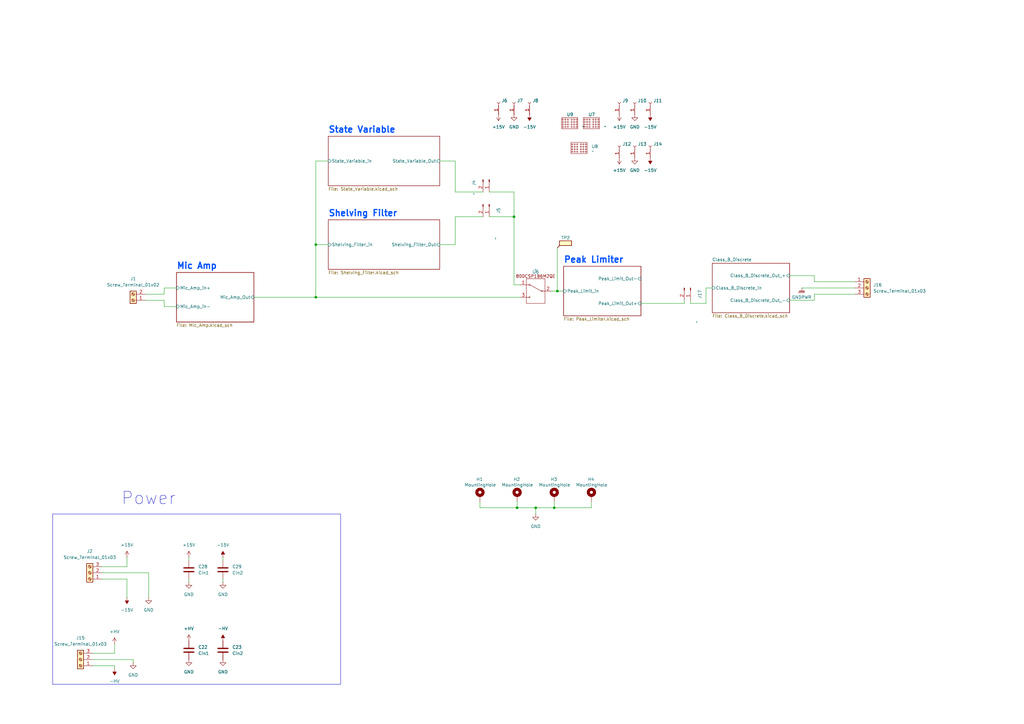
<source format=kicad_sch>
(kicad_sch (version 20231120) (generator "eeschema") (generator_version "8.0")
  (paper "A3")
  (lib_symbols
    (symbol "Connector:Conn_01x01_Socket" (pin_names (offset 1.016) hide)
      (property "Reference" "J" (at 0 2.54 0))
      (property "Value" "Conn_01x01_Socket" (at 0 -2.54 0))
      (symbol "Conn_01x01_Socket_1_1"
        (polyline (pts (xy -1.27 0) (xy -0.508 0)) (stroke (width 0.1524)))
        (arc (start 0 0.508) (mid -0.5058 0) (end 0 -0.508) (stroke (width 0.1524)))
        (pin passive line (at -5.08 0 0) (length 3.81) (name "Pin_1") (number "1"))
      )
    )
    (symbol "Connector:Conn_01x02_Pin" (pin_names (offset 1.016) hide)
      (property "Reference" "J" (at 0 2.54 0))
      (property "Value" "Conn_01x02_Pin" (at 0 -5.08 0))
      (symbol "Conn_01x02_Pin_1_1"
        (polyline (pts (xy 1.27 -2.54) (xy 0.8636 -2.54)) (stroke (width 0.1524)))
        (polyline (pts (xy 1.27 0) (xy 0.8636 0)) (stroke (width 0.1524)))
        (rectangle (start 0.8636 -2.413) (end 0 -2.667) (stroke (width 0.1524)) (fill (type outline)))
        (rectangle (start 0.8636 0.127) (end 0 -0.127) (stroke (width 0.1524)) (fill (type outline)))
        (pin passive line (at 5.08 0 180) (length 3.81) (name "Pin_1") (number "1"))
        (pin passive line (at 5.08 -2.54 180) (length 3.81) (name "Pin_2") (number "2"))
      )
    )
    (symbol "Connector:Screw_Terminal_01x02" (pin_names (offset 1.016) hide)
      (property "Reference" "J" (at 0 2.54 0))
      (property "Value" "Screw_Terminal_01x02" (at 0 -5.08 0))
      (symbol "Screw_Terminal_01x02_1_1"
        (rectangle (start -1.27 1.27) (end 1.27 -3.81) (stroke (width 0.254)) (fill (type background)))
        (circle (center 0 -2.54) (radius 0.635) (stroke (width 0.1524)))
        (polyline (pts (xy -0.5334 -2.2098) (xy 0.3302 -3.048)) (stroke (width 0.1524)))
        (polyline (pts (xy -0.5334 0.3302) (xy 0.3302 -0.508)) (stroke (width 0.1524)))
        (polyline (pts (xy -0.3556 -2.032) (xy 0.508 -2.8702)) (stroke (width 0.1524)))
        (polyline (pts (xy -0.3556 0.508) (xy 0.508 -0.3302)) (stroke (width 0.1524)))
        (circle (center 0 0) (radius 0.635) (stroke (width 0.1524)))
        (pin passive line (at -5.08 0 0) (length 3.81) (name "Pin_1") (number "1"))
        (pin passive line (at -5.08 -2.54 0) (length 3.81) (name "Pin_2") (number "2"))
      )
    )
    (symbol "Connector:Screw_Terminal_01x03" (pin_names (offset 1.016) hide)
      (property "Reference" "J" (at 0 5.08 0))
      (property "Value" "Screw_Terminal_01x03" (at 0 -5.08 0))
      (symbol "Screw_Terminal_01x03_1_1"
        (rectangle (start -1.27 3.81) (end 1.27 -3.81) (stroke (width 0.254)) (fill (type background)))
        (circle (center 0 -2.54) (radius 0.635) (stroke (width 0.1524)))
        (polyline (pts (xy -0.5334 -2.2098) (xy 0.3302 -3.048)) (stroke (width 0.1524)))
        (polyline (pts (xy -0.5334 0.3302) (xy 0.3302 -0.508)) (stroke (width 0.1524)))
        (polyline (pts (xy -0.5334 2.8702) (xy 0.3302 2.032)) (stroke (width 0.1524)))
        (polyline (pts (xy -0.3556 -2.032) (xy 0.508 -2.8702)) (stroke (width 0.1524)))
        (polyline (pts (xy -0.3556 0.508) (xy 0.508 -0.3302)) (stroke (width 0.1524)))
        (polyline (pts (xy -0.3556 3.048) (xy 0.508 2.2098)) (stroke (width 0.1524)))
        (circle (center 0 0) (radius 0.635) (stroke (width 0.1524)))
        (circle (center 0 2.54) (radius 0.635) (stroke (width 0.1524)))
        (pin passive line (at -5.08 2.54 0) (length 3.81) (name "Pin_1") (number "1"))
        (pin passive line (at -5.08 0 0) (length 3.81) (name "Pin_2") (number "2"))
        (pin passive line (at -5.08 -2.54 0) (length 3.81) (name "Pin_3") (number "3"))
      )
    )
    (symbol "Connector:TestPoint_Flag" (pin_numbers hide) (pin_names (offset 0.762) hide)
      (property "Reference" "TP" (at 3.429 1.778 0))
      (property "Value" "TestPoint_Flag" (at 3.302 4.191 0))
      (symbol "TestPoint_Flag_0_1"
        (polyline (pts (xy 0 0) (xy 0.889 0.889)) (stroke (width 0.254)))
        (rectangle (start 0.889 2.794) (end 5.842 0.889) (stroke (width 0.254)) (fill (type background)))
      )
      (symbol "TestPoint_Flag_1_1"
        (pin passive line (at 0 0 90) (length 0) (name "1") (number "1"))
      )
    )
    (symbol "Custom_parts:BreadBoard_Space"
      (property "Reference" "U" (at 0 3.556 0))
      (symbol "BreadBoard_Space_0_1"
        (rectangle (start -3.302 2.54) (end 3.302 -2.032))
        (circle (center -2.794 -1.27) (radius 0.254))
        (circle (center -2.794 -0.254) (radius 0.254))
        (circle (center -2.794 0.762) (radius 0.254))
        (circle (center -2.794 1.778) (radius 0.254))
        (circle (center -1.778 -1.27) (radius 0.254))
        (circle (center -1.778 -0.254) (radius 0.254))
        (circle (center -1.778 0.762) (radius 0.254))
        (circle (center -1.778 1.778) (radius 0.254))
        (circle (center -0.762 -1.27) (radius 0.254))
        (circle (center -0.762 -0.254) (radius 0.254))
        (circle (center -0.762 0.762) (radius 0.254))
        (circle (center -0.762 1.778) (radius 0.254))
        (circle (center 0.762 -1.27) (radius 0.254))
        (circle (center 0.762 -0.254) (radius 0.254))
        (circle (center 0.762 0.762) (radius 0.254))
        (circle (center 0.762 1.778) (radius 0.254))
        (circle (center 1.778 -1.27) (radius 0.254))
        (circle (center 1.778 -0.254) (radius 0.254))
        (circle (center 1.778 0.762) (radius 0.254))
        (circle (center 1.778 1.778) (radius 0.254))
        (circle (center 2.794 -1.27) (radius 0.254))
        (circle (center 2.794 -0.254) (radius 0.254))
        (circle (center 2.794 0.762) (radius 0.254))
        (circle (center 2.794 1.778) (radius 0.254))
      )
    )
    (symbol "Custom_parts:SPDT_Latching_Pushbutton"
      (property "Reference" "U" (at 0 5.334 0))
      (symbol "SPDT_Latching_Pushbutton_0_1"
        (rectangle (start -3.81 2.54) (end 3.81 -7.62))
        (circle (center -2.54 -5.08) (radius 0.254))
        (circle (center -2.54 0) (radius 0.254))
        (polyline (pts (xy -3.81 -5.08) (xy -2.794 -5.08)))
        (polyline (pts (xy -3.81 0) (xy -3.81 0)))
        (polyline (pts (xy -3.81 0) (xy -2.794 0)))
        (polyline (pts (xy 2.286 -2.54) (xy -2.286 0)))
        (polyline (pts (xy 3.81 -2.54) (xy 2.794 -2.54)))
        (circle (center 2.54 -2.54) (radius 0.254))
      )
      (symbol "SPDT_Latching_Pushbutton_1_1"
        (text "800CSP1B6M2QE" (at 0 3.556 0) (effects (font (size 1.27 1.27))))
        (pin bidirectional line (at -6.35 0 0) (length 2.54) (name "") (number "1"))
        (pin bidirectional line (at 6.35 -2.54 180) (length 2.54) (name "") (number "2"))
        (pin bidirectional line (at -6.35 -5.08 0) (length 2.54) (name "") (number "3"))
      )
    )
    (symbol "Device:C" (pin_numbers hide) (pin_names (offset 0.254))
      (property "Reference" "C" (at 0.635 2.54 0))
      (property "Value" "C" (at 0.635 -2.54 0))
      (symbol "C_0_1"
        (polyline (pts (xy -2.032 -0.762) (xy 2.032 -0.762)) (stroke (width 0.508)))
        (polyline (pts (xy -2.032 0.762) (xy 2.032 0.762)) (stroke (width 0.508)))
      )
      (symbol "C_1_1"
        (pin passive line (at 0 3.81 270) (length 2.794) (name "~") (number "1"))
        (pin passive line (at 0 -3.81 90) (length 2.794) (name "~") (number "2"))
      )
    )
    (symbol "Mechanical:MountingHole_Pad" (pin_numbers hide) (pin_names (offset 1.016) hide) (exclude_from_sim yes) (in_bom no)
      (property "Reference" "H" (at 0 6.35 0))
      (property "Value" "MountingHole_Pad" (at 0 4.445 0))
      (symbol "MountingHole_Pad_0_1"
        (circle (center 0 1.27) (radius 1.27) (stroke (width 1.27)))
      )
      (symbol "MountingHole_Pad_1_1"
        (pin input line (at 0 -2.54 90) (length 2.54) (name "1") (number "1"))
      )
    )
    (symbol "power:+15V" (power) (pin_numbers hide) (pin_names (offset 0) hide)
      (property "Value" "+15V" (at 0 3.556 0))
      (symbol "+15V_0_1"
        (polyline (pts (xy -0.762 1.27) (xy 0 2.54)))
        (polyline (pts (xy 0 0) (xy 0 2.54)))
        (polyline (pts (xy 0 2.54) (xy 0.762 1.27)))
      )
      (symbol "+15V_1_1"
        (pin power_in line (at 0 0 90) (length 0) (name "~") (number "1"))
      )
    )
    (symbol "power:-15V" (power) (pin_numbers hide) (pin_names (offset 0) hide)
      (property "Value" "-15V" (at 0 3.556 0))
      (symbol "-15V_0_0"
        (pin power_in line (at 0 0 90) (length 0) (name "~") (number "1"))
      )
      (symbol "-15V_0_1"
        (polyline (pts (xy 0 0) (xy 0 1.27) (xy 0.762 1.27) (xy 0 2.54) (xy -0.762 1.27) (xy 0 1.27)) (fill (type outline)))
      )
    )
    (symbol "power:GND" (power) (pin_numbers hide) (pin_names (offset 0) hide)
      (property "Value" "GND" (at 0 -3.81 0))
      (symbol "GND_0_1"
        (polyline (pts (xy 0 0) (xy 0 -1.27) (xy 1.27 -1.27) (xy 0 -2.54) (xy -1.27 -1.27) (xy 0 -1.27)))
      )
      (symbol "GND_1_1"
        (pin power_in line (at 0 0 270) (length 0) (name "~") (number "1"))
      )
    )
    (symbol "power:GNDPWR" (power) (pin_numbers hide) (pin_names (offset 0) hide)
      (property "Value" "GNDPWR" (at 0 -3.302 0))
      (symbol "GNDPWR_0_1"
        (polyline (pts (xy 0 -1.27) (xy 0 0)))
        (polyline (pts (xy -1.016 -1.27) (xy -1.27 -2.032) (xy -1.27 -2.032)) (stroke (width 0.2032)))
        (polyline (pts (xy -0.508 -1.27) (xy -0.762 -2.032) (xy -0.762 -2.032)) (stroke (width 0.2032)))
        (polyline (pts (xy 0 -1.27) (xy -0.254 -2.032) (xy -0.254 -2.032)) (stroke (width 0.2032)))
        (polyline (pts (xy 0.508 -1.27) (xy 0.254 -2.032) (xy 0.254 -2.032)) (stroke (width 0.2032)))
        (polyline (pts (xy 1.016 -1.27) (xy -1.016 -1.27) (xy -1.016 -1.27)) (stroke (width 0.2032)))
        (polyline (pts (xy 1.016 -1.27) (xy 0.762 -2.032) (xy 0.762 -2.032) (xy 0.762 -2.032)) (stroke (width 0.2032)))
      )
      (symbol "GNDPWR_1_1"
        (pin power_in line (at 0 0 270) (length 0) (name "~") (number "1"))
      )
    )
    (symbol "power:VCC" (power) (pin_numbers hide) (pin_names (offset 0) hide)
      (property "Value" "VCC" (at 0 3.556 0))
      (symbol "VCC_0_1"
        (polyline (pts (xy -0.762 1.27) (xy 0 2.54)))
        (polyline (pts (xy 0 0) (xy 0 2.54)))
        (polyline (pts (xy 0 2.54) (xy 0.762 1.27)))
      )
      (symbol "VCC_1_1"
        (pin power_in line (at 0 0 90) (length 0) (name "~") (number "1"))
      )
    )
    (symbol "power:VSS" (power) (pin_numbers hide) (pin_names (offset 0) hide)
      (property "Value" "VSS" (at 0 3.556 0))
      (symbol "VSS_0_1"
        (polyline (pts (xy 0 0) (xy 0 2.54)))
        (polyline (pts (xy 0.762 1.27) (xy -0.762 1.27) (xy 0 2.54) (xy 0.762 1.27)) (fill (type outline)))
      )
      (symbol "VSS_1_1"
        (pin power_in line (at 0 0 90) (length 0) (name "~") (number "1"))
      )
    )
  )
  (junction (at 129.54 121.92))
  (junction (at 228.6 119.38))
  (junction (at 227.33 208.28))
  (junction (at 129.54 100.33))
  (junction (at 212.09 208.28))
  (junction (at 210.82 88.9))
  (junction (at 219.71 208.28))
  (wire (pts (xy 54.61 271.78) (xy 54.61 270.51)))
  (wire (pts (xy 289.56 118.11) (xy 292.1 118.11)))
  (wire (pts (xy 334.01 113.03) (xy 323.85 113.03)))
  (wire (pts (xy 46.99 274.32) (xy 46.99 273.05)))
  (wire (pts (xy 227.33 205.74) (xy 227.33 208.28)))
  (wire (pts (xy 52.07 228.6) (xy 52.07 232.41)))
  (wire (pts (xy 227.33 208.28) (xy 219.71 208.28)))
  (wire (pts (xy 67.31 125.73) (xy 72.39 125.73)))
  (wire (pts (xy 129.54 121.92) (xy 129.54 100.33)))
  (wire (pts (xy 280.67 123.19) (xy 280.67 124.46)))
  (wire (pts (xy 77.47 229.87) (xy 77.47 228.6)))
  (wire (pts (xy 334.01 120.65) (xy 334.01 123.19)))
  (wire (pts (xy 67.31 123.19) (xy 67.31 125.73)))
  (wire (pts (xy 226.06 119.38) (xy 228.6 119.38)))
  (wire (pts (xy 242.57 205.74) (xy 242.57 208.28)))
  (wire (pts (xy 104.14 121.92) (xy 129.54 121.92)))
  (wire (pts (xy 350.52 115.57) (xy 334.01 115.57)))
  (wire (pts (xy 59.69 123.19) (xy 67.31 123.19)))
  (wire (pts (xy 212.09 208.28) (xy 219.71 208.28)))
  (wire (pts (xy 54.61 270.51) (xy 38.1 270.51)))
  (wire (pts (xy 129.54 100.33) (xy 129.54 66.04)))
  (wire (pts (xy 52.07 245.11) (xy 52.07 237.49)))
  (wire (pts (xy 129.54 66.04) (xy 134.62 66.04)))
  (wire (pts (xy 134.62 100.33) (xy 129.54 100.33)))
  (wire (pts (xy 77.47 238.76) (xy 77.47 237.49)))
  (wire (pts (xy 350.52 120.65) (xy 334.01 120.65)))
  (wire (pts (xy 186.69 66.04) (xy 186.69 78.74)))
  (wire (pts (xy 334.01 115.57) (xy 334.01 113.03)))
  (wire (pts (xy 289.56 124.46) (xy 289.56 118.11)))
  (wire (pts (xy 210.82 78.74) (xy 210.82 88.9)))
  (wire (pts (xy 212.09 205.74) (xy 212.09 208.28)))
  (wire (pts (xy 228.6 101.6) (xy 228.6 119.38)))
  (wire (pts (xy 196.85 205.74) (xy 196.85 208.28)))
  (wire (pts (xy 186.69 88.9) (xy 198.12 88.9)))
  (wire (pts (xy 180.34 66.04) (xy 186.69 66.04)))
  (wire (pts (xy 129.54 121.92) (xy 213.36 121.92)))
  (wire (pts (xy 228.6 119.38) (xy 231.14 119.38)))
  (wire (pts (xy 334.01 123.19) (xy 323.85 123.19)))
  (wire (pts (xy 46.99 264.16) (xy 46.99 267.97)))
  (wire (pts (xy 67.31 120.65) (xy 67.31 118.11)))
  (wire (pts (xy 60.96 245.11) (xy 60.96 234.95)))
  (wire (pts (xy 242.57 208.28) (xy 227.33 208.28)))
  (wire (pts (xy 52.07 237.49) (xy 41.91 237.49)))
  (wire (pts (xy 328.93 118.11) (xy 350.52 118.11)))
  (wire (pts (xy 186.69 78.74) (xy 198.12 78.74)))
  (wire (pts (xy 46.99 273.05) (xy 38.1 273.05)))
  (wire (pts (xy 210.82 116.84) (xy 210.82 88.9)))
  (wire (pts (xy 213.36 116.84) (xy 210.82 116.84)))
  (wire (pts (xy 283.21 124.46) (xy 289.56 124.46)))
  (wire (pts (xy 200.66 88.9) (xy 210.82 88.9)))
  (wire (pts (xy 67.31 118.11) (xy 72.39 118.11)))
  (wire (pts (xy 219.71 208.28) (xy 219.71 210.82)))
  (wire (pts (xy 59.69 120.65) (xy 67.31 120.65)))
  (wire (pts (xy 60.96 234.95) (xy 41.91 234.95)))
  (wire (pts (xy 180.34 100.33) (xy 186.69 100.33)))
  (wire (pts (xy 91.44 238.76) (xy 91.44 237.49)))
  (wire (pts (xy 196.85 208.28) (xy 212.09 208.28)))
  (wire (pts (xy 186.69 100.33) (xy 186.69 88.9)))
  (wire (pts (xy 46.99 267.97) (xy 38.1 267.97)))
  (wire (pts (xy 91.44 229.87) (xy 91.44 228.6)))
  (wire (pts (xy 283.21 123.19) (xy 283.21 124.46)))
  (wire (pts (xy 200.66 78.74) (xy 210.82 78.74)))
  (wire (pts (xy 262.89 124.46) (xy 280.67 124.46)))
  (wire (pts (xy 52.07 232.41) (xy 41.91 232.41)))
  (rectangle (start 21.59 210.82) (end 139.7 280.67))
  (text "Power" (at 60.96 204.47 0) (effects (font (size 5.08 5.08))))
  (symbol (lib_id "power:+15V") (at 204.47 46.99 180) (unit 1)
    (property "Reference" "#PWR043" (effects (hide yes)))
    (property "Value" "+15V" (at 204.47 52.07 0))
    (property "Description" "Power symbol creates a global label with name \"+15V\"" (effects (hide yes)))
  )
  (symbol (lib_id "Connector:Conn_01x01_Socket") (at 254 41.91 90) (unit 1)
    (property "Reference" "J9" (at 255.27 41.2749 90) (effects (justify right)))
    (property "Value" "Conn_01x01_Socket" (effects (hide yes)))
    (property "Footprint" "TestPoint:TestPoint_THTPad_D1.5mm_Drill0.7mm" (effects (hide yes)))
    (property "Description" "Generic connector, single row, 01x01, script generated" (effects (hide yes)))
  )
  (symbol (lib_id "power:GNDPWR") (at 328.93 118.11 0) (unit 1)
    (property "Reference" "#PWR089" (effects (hide yes)))
    (property "Value" "GNDPWR" (at 328.803 121.92 0))
    (property "Description" "Power symbol creates a global label with name \"GNDPWR\" , global ground" (effects (hide yes)))
  )
  (symbol (lib_id "power:GND") (at 210.82 46.99 0) (unit 1)
    (property "Reference" "#PWR042" (effects (hide yes)))
    (property "Value" "GND" (at 210.82 52.07 0))
    (property "Description" "Power symbol creates a global label with name \"GND\" , ground" (effects (hide yes)))
  )
  (symbol (lib_id "Connector:Screw_Terminal_01x03") (at 33.02 270.51 180) (unit 1)
    (property "Reference" "J15" (at 33.02 261.62 0))
    (property "Value" "Screw_Terminal_01x03" (at 33.02 264.16 0))
    (property "Footprint" "TerminalBlock_TE-Connectivity:TerminalBlock_TE_282834-3_1x03_P2.54mm_Horizontal" (effects (hide yes)))
    (property "Description" "Generic screw terminal, single row, 01x03, script generated (kicad-library-utils/schlib/autogen/connector/)" (effects (hide yes)))
  )
  (symbol (lib_id "power:+15V") (at 254 64.77 180) (unit 1)
    (property "Reference" "#PWR049" (effects (hide yes)))
    (property "Value" "+15V" (at 254 69.85 0))
    (property "Description" "Power symbol creates a global label with name \"+15V\"" (effects (hide yes)))
  )
  (symbol (lib_id "Connector:Conn_01x01_Socket") (at 260.35 59.69 90) (unit 1)
    (property "Reference" "J13" (at 261.62 59.0549 90) (effects (justify right)))
    (property "Value" "Conn_01x01_Socket" (effects (hide yes)))
    (property "Footprint" "TestPoint:TestPoint_THTPad_D1.5mm_Drill0.7mm" (effects (hide yes)))
    (property "Description" "Generic connector, single row, 01x01, script generated" (effects (hide yes)))
  )
  (symbol (lib_id "Mechanical:MountingHole_Pad") (at 196.85 203.2 0) (unit 1) (exclude_from_sim yes) (in_bom no)
    (property "Reference" "H1" (at 195.326 196.596 0) (effects (justify left)))
    (property "Value" "MountingHole" (at 190.5 198.882 0) (effects (justify left)))
    (property "Footprint" "MountingHole:MountingHole_3.2mm_M3_ISO7380_Pad" (effects (hide yes)))
    (property "Description" "Mounting Hole with connection" (effects (hide yes)))
  )
  (symbol (lib_id "Connector:Conn_01x01_Socket") (at 260.35 41.91 90) (unit 1)
    (property "Reference" "J10" (at 261.62 41.2749 90) (effects (justify right)))
    (property "Value" "Conn_01x01_Socket" (effects (hide yes)))
    (property "Footprint" "TestPoint:TestPoint_THTPad_D1.5mm_Drill0.7mm" (effects (hide yes)))
    (property "Description" "Generic connector, single row, 01x01, script generated" (effects (hide yes)))
  )
  (symbol (lib_id "Device:C") (at 91.44 233.68 0) (unit 1)
    (property "Reference" "C29" (at 95.25 232.4099 0) (effects (justify left)))
    (property "Value" "Cin2" (at 95.25 234.9499 0) (effects (justify left)))
    (property "Footprint" "Capacitor_THT:CP_Radial_D10.0mm_P5.00mm" (effects (hide yes)))
    (property "Description" "Unpolarized capacitor" (effects (hide yes)))
  )
  (symbol (lib_id "power:VSS") (at 91.44 262.89 0) (unit 1)
    (property "Reference" "#PWR069" (effects (hide yes)))
    (property "Value" "-HV" (at 91.44 257.81 0))
    (property "Description" "Power symbol creates a global label with name \"VSS\"" (effects (hide yes)))
  )
  (symbol (lib_id "power:+15V") (at 254 46.99 180) (unit 1)
    (property "Reference" "#PWR045" (effects (hide yes)))
    (property "Value" "+15V" (at 254 52.07 0))
    (property "Description" "Power symbol creates a global label with name \"+15V\"" (effects (hide yes)))
  )
  (symbol (lib_id "Device:C") (at 77.47 233.68 0) (unit 1)
    (property "Reference" "C28" (at 81.28 232.4099 0) (effects (justify left)))
    (property "Value" "Cin1" (at 81.28 234.9499 0) (effects (justify left)))
    (property "Footprint" "Capacitor_THT:CP_Radial_D10.0mm_P5.00mm" (effects (hide yes)))
    (property "Description" "Unpolarized capacitor" (effects (hide yes)))
  )
  (symbol (lib_id "power:VSS") (at 46.99 274.32 180) (unit 1)
    (property "Reference" "#PWR065" (effects (hide yes)))
    (property "Value" "-HV" (at 46.99 279.4 0))
    (property "Description" "Power symbol creates a global label with name \"VSS\"" (effects (hide yes)))
  )
  (symbol (lib_id "Connector:Conn_01x01_Socket") (at 254 59.69 90) (unit 1)
    (property "Reference" "J12" (at 255.27 59.0549 90) (effects (justify right)))
    (property "Value" "Conn_01x01_Socket" (effects (hide yes)))
    (property "Footprint" "TestPoint:TestPoint_THTPad_D1.5mm_Drill0.7mm" (effects (hide yes)))
    (property "Description" "Generic connector, single row, 01x01, script generated" (effects (hide yes)))
  )
  (symbol (lib_id "Device:C") (at 77.47 266.7 0) (unit 1)
    (property "Reference" "C22" (at 81.28 265.4299 0) (effects (justify left)))
    (property "Value" "Cin1" (at 81.28 267.9699 0) (effects (justify left)))
    (property "Footprint" "Capacitor_THT:CP_Radial_D10.0mm_P5.00mm" (effects (hide yes)))
    (property "Description" "Unpolarized capacitor" (effects (hide yes)))
  )
  (symbol (lib_id "Custom_parts:BreadBoard_Space") (at 242.57 50.8 0) (unit 1)
    (property "Reference" "U7" (at 241.3 46.99 0) (effects (justify left)))
    (property "Value" "~" (at 247.65 51.816 0) (effects (justify left)))
    (property "Footprint" "Custom_parts:BreadBoard Space XL" (effects (hide yes)))
  )
  (symbol (lib_id "Connector:TestPoint_Flag") (at 228.6 101.6 0) (unit 1)
    (property "Reference" "TP2" (at 230.124 97.536 0) (effects (justify left)))
    (property "Value" "TestPoint_Flag" (effects (hide yes)))
    (property "Footprint" "TestPoint:TestPoint_Pad_D1.5mm" (effects (hide yes)))
    (property "Description" "test point (alternative flag-style design)" (effects (hide yes)))
  )
  (symbol (lib_id "Connector:Conn_01x01_Socket") (at 266.7 59.69 90) (unit 1)
    (property "Reference" "J14" (at 267.97 59.0549 90) (effects (justify right)))
    (property "Value" "Conn_01x01_Socket" (effects (hide yes)))
    (property "Footprint" "TestPoint:TestPoint_THTPad_D1.5mm_Drill0.7mm" (effects (hide yes)))
    (property "Description" "Generic connector, single row, 01x01, script generated" (effects (hide yes)))
  )
  (symbol (lib_id "Mechanical:MountingHole_Pad") (at 212.09 203.2 0) (unit 1) (exclude_from_sim yes) (in_bom no)
    (property "Reference" "H2" (at 210.566 196.596 0) (effects (justify left)))
    (property "Value" "MountingHole" (at 205.74 198.882 0) (effects (justify left)))
    (property "Footprint" "MountingHole:MountingHole_3.2mm_M3_ISO7380_Pad" (effects (hide yes)))
    (property "Description" "Mounting Hole with connection" (effects (hide yes)))
  )
  (symbol (lib_id "Connector:Conn_01x01_Socket") (at 217.17 41.91 90) (unit 1)
    (property "Reference" "J8" (at 218.44 41.2749 90) (effects (justify right)))
    (property "Value" "Conn_01x01_Socket" (effects (hide yes)))
    (property "Footprint" "TestPoint:TestPoint_THTPad_D1.5mm_Drill0.7mm" (effects (hide yes)))
    (property "Description" "Generic connector, single row, 01x01, script generated" (effects (hide yes)))
  )
  (symbol (lib_id "Connector:Conn_01x01_Socket") (at 204.47 41.91 90) (unit 1)
    (property "Reference" "J6" (at 205.74 41.2749 90) (effects (justify right)))
    (property "Value" "Conn_01x01_Socket" (effects (hide yes)))
    (property "Footprint" "TestPoint:TestPoint_THTPad_D1.5mm_Drill0.7mm" (effects (hide yes)))
    (property "Description" "Generic connector, single row, 01x01, script generated" (effects (hide yes)))
  )
  (symbol (lib_id "power:GND") (at 77.47 238.76 0) (unit 1)
    (property "Reference" "#PWR055" (effects (hide yes)))
    (property "Value" "GND" (at 77.47 243.84 0))
    (property "Description" "Power symbol creates a global label with name \"GND\" , ground" (effects (hide yes)))
  )
  (symbol (lib_id "power:GND") (at 219.71 210.82 0) (unit 1)
    (property "Reference" "#PWR048" (effects (hide yes)))
    (property "Value" "GND" (at 219.71 215.9 0))
    (property "Description" "Power symbol creates a global label with name \"GND\" , ground" (effects (hide yes)))
  )
  (symbol (lib_id "Connector:Conn_01x02_Pin") (at 283.21 118.11 270) (unit 1)
    (property "Reference" "J17" (at 287.02 120.65 0))
    (property "Value" "~" (at 285.75 132.08 0))
    (property "Footprint" "Connector_PinHeader_2.54mm:PinHeader_1x02_P2.54mm_Vertical" (effects (hide yes)))
    (property "Description" "Generic connector, single row, 01x02, script generated" (effects (hide yes)))
  )
  (symbol (lib_id "Mechanical:MountingHole_Pad") (at 227.33 203.2 0) (unit 1) (exclude_from_sim yes) (in_bom no)
    (property "Reference" "H3" (at 225.806 196.596 0) (effects (justify left)))
    (property "Value" "MountingHole" (at 220.98 198.882 0) (effects (justify left)))
    (property "Footprint" "MountingHole:MountingHole_3.2mm_M3_ISO7380_Pad" (effects (hide yes)))
    (property "Description" "Mounting Hole with connection" (effects (hide yes)))
  )
  (symbol (lib_id "power:GND") (at 54.61 271.78 0) (unit 1)
    (property "Reference" "#PWR064" (effects (hide yes)))
    (property "Value" "GND" (at 54.61 276.86 0))
    (property "Description" "Power symbol creates a global label with name \"GND\" , ground" (effects (hide yes)))
  )
  (symbol (lib_id "power:+15V") (at 52.07 228.6 0) (unit 1)
    (property "Reference" "#PWR057" (effects (hide yes)))
    (property "Value" "+15V" (at 52.07 223.52 0))
    (property "Description" "Power symbol creates a global label with name \"+15V\"" (effects (hide yes)))
  )
  (symbol (lib_id "power:-15V") (at 217.17 46.99 180) (unit 1)
    (property "Reference" "#PWR044" (effects (hide yes)))
    (property "Value" "-15V" (at 217.17 52.07 0))
    (property "Description" "Power symbol creates a global label with name \"-15V\"" (effects (hide yes)))
  )
  (symbol (lib_id "power:VCC") (at 77.47 262.89 0) (unit 1)
    (property "Reference" "#PWR068" (effects (hide yes)))
    (property "Value" "+HV" (at 77.47 257.81 0))
    (property "Description" "Power symbol creates a global label with name \"VCC\"" (effects (hide yes)))
  )
  (symbol (lib_id "Connector:Screw_Terminal_01x03") (at 36.83 234.95 180) (unit 1)
    (property "Reference" "J2" (at 36.83 226.06 0))
    (property "Value" "Screw_Terminal_01x03" (at 36.83 228.6 0))
    (property "Footprint" "TerminalBlock_TE-Connectivity:TerminalBlock_TE_282834-3_1x03_P2.54mm_Horizontal" (effects (hide yes)))
    (property "Description" "Generic screw terminal, single row, 01x03, script generated (kicad-library-utils/schlib/autogen/connector/)" (effects (hide yes)))
  )
  (symbol (lib_id "Device:C") (at 91.44 266.7 0) (unit 1)
    (property "Reference" "C23" (at 95.25 265.4299 0) (effects (justify left)))
    (property "Value" "Cin2" (at 95.25 267.9699 0) (effects (justify left)))
    (property "Footprint" "Capacitor_THT:CP_Radial_D10.0mm_P5.00mm" (effects (hide yes)))
    (property "Description" "Unpolarized capacitor" (effects (hide yes)))
  )
  (symbol (lib_id "power:-15V") (at 266.7 64.77 180) (unit 1)
    (property "Reference" "#PWR051" (effects (hide yes)))
    (property "Value" "-15V" (at 266.7 69.85 0))
    (property "Description" "Power symbol creates a global label with name \"-15V\"" (effects (hide yes)))
  )
  (symbol (lib_id "Connector:Conn_01x02_Pin") (at 200.66 83.82 270) (unit 1)
    (property "Reference" "J5" (at 204.47 86.36 0))
    (property "Value" "~" (at 203.2 97.79 0))
    (property "Footprint" "Connector_PinHeader_2.54mm:PinHeader_1x02_P2.54mm_Vertical" (effects (hide yes)))
    (property "Description" "Generic connector, single row, 01x02, script generated" (effects (hide yes)))
  )
  (symbol (lib_id "power:-15V") (at 52.07 245.11 180) (unit 1)
    (property "Reference" "#PWR058" (effects (hide yes)))
    (property "Value" "-15V" (at 52.07 250.19 0))
    (property "Description" "Power symbol creates a global label with name \"-15V\"" (effects (hide yes)))
  )
  (symbol (lib_id "power:VCC") (at 46.99 264.16 0) (unit 1)
    (property "Reference" "#PWR052" (effects (hide yes)))
    (property "Value" "+HV" (at 46.99 259.08 0))
    (property "Description" "Power symbol creates a global label with name \"VCC\"" (effects (hide yes)))
  )
  (symbol (lib_id "power:GND") (at 91.44 270.51 0) (unit 1)
    (property "Reference" "#PWR067" (effects (hide yes)))
    (property "Value" "GND" (at 91.44 275.59 0))
    (property "Description" "Power symbol creates a global label with name \"GND\" , ground" (effects (hide yes)))
  )
  (symbol (lib_id "Custom_parts:SPDT_Latching_Pushbutton") (at 219.71 116.84 0) (unit 1)
    (property "Reference" "U6" (at 219.71 111.506 0))
    (property "Value" "~" (at 219.71 110.49 0))
    (property "Footprint" "Custom_parts:800CSP1B6M2QE" (effects (hide yes)))
  )
  (symbol (lib_id "Custom_parts:BreadBoard_Space") (at 237.49 60.96 0) (unit 1)
    (property "Reference" "U8" (at 242.57 60.0709 0) (effects (justify left)))
    (property "Value" "~" (at 242.57 61.976 0) (effects (justify left)))
    (property "Footprint" "Custom_parts:BreadBoard Space" (effects (hide yes)))
  )
  (symbol (lib_id "power:GND") (at 60.96 245.11 0) (unit 1)
    (property "Reference" "#PWR059" (effects (hide yes)))
    (property "Value" "GND" (at 60.96 250.19 0))
    (property "Description" "Power symbol creates a global label with name \"GND\" , ground" (effects (hide yes)))
  )
  (symbol (lib_id "Connector:Conn_01x01_Socket") (at 210.82 41.91 90) (unit 1)
    (property "Reference" "J7" (at 212.09 41.2749 90) (effects (justify right)))
    (property "Value" "Conn_01x01_Socket" (effects (hide yes)))
    (property "Footprint" "TestPoint:TestPoint_THTPad_D1.5mm_Drill0.7mm" (effects (hide yes)))
    (property "Description" "Generic connector, single row, 01x01, script generated" (effects (hide yes)))
  )
  (symbol (lib_id "Connector:Screw_Terminal_01x03") (at 355.6 118.11 0) (unit 1)
    (property "Reference" "J16" (at 358.14 116.8399 0) (effects (justify left)))
    (property "Value" "Screw_Terminal_01x03" (at 358.14 119.3799 0) (effects (justify left)))
    (property "Footprint" "TerminalBlock_TE-Connectivity:TerminalBlock_TE_282834-3_1x03_P2.54mm_Horizontal" (effects (hide yes)))
    (property "Description" "Generic screw terminal, single row, 01x03, script generated (kicad-library-utils/schlib/autogen/connector/)" (effects (hide yes)))
  )
  (symbol (lib_id "Connector:Screw_Terminal_01x02") (at 54.61 123.19 180) (unit 1)
    (property "Reference" "J1" (at 54.61 114.3 0))
    (property "Value" "Screw_Terminal_01x02" (at 54.61 116.84 0))
    (property "Footprint" "TerminalBlock_TE-Connectivity:TerminalBlock_TE_282834-2_1x02_P2.54mm_Horizontal" (effects (hide yes)))
    (property "Description" "Generic screw terminal, single row, 01x02, script generated (kicad-library-utils/schlib/autogen/connector/)" (effects (hide yes)))
  )
  (symbol (lib_id "power:GND") (at 260.35 46.99 0) (unit 1)
    (property "Reference" "#PWR046" (effects (hide yes)))
    (property "Value" "GND" (at 260.35 52.07 0))
    (property "Description" "Power symbol creates a global label with name \"GND\" , ground" (effects (hide yes)))
  )
  (symbol (lib_id "Custom_parts:BreadBoard_Space") (at 233.68 50.8 0) (unit 1)
    (property "Reference" "U9" (at 232.41 46.99 0) (effects (justify left)))
    (property "Value" "~" (at 238.76 51.816 0) (effects (justify left)))
    (property "Footprint" "Custom_parts:BreadBoard Space XL" (effects (hide yes)))
  )
  (symbol (lib_id "power:GND") (at 91.44 238.76 0) (unit 1)
    (property "Reference" "#PWR056" (effects (hide yes)))
    (property "Value" "GND" (at 91.44 243.84 0))
    (property "Description" "Power symbol creates a global label with name \"GND\" , ground" (effects (hide yes)))
  )
  (symbol (lib_id "Connector:Conn_01x01_Socket") (at 266.7 41.91 90) (unit 1)
    (property "Reference" "J11" (at 267.97 41.2749 90) (effects (justify right)))
    (property "Value" "Conn_01x01_Socket" (effects (hide yes)))
    (property "Footprint" "TestPoint:TestPoint_THTPad_D1.5mm_Drill0.7mm" (effects (hide yes)))
    (property "Description" "Generic connector, single row, 01x01, script generated" (effects (hide yes)))
  )
  (symbol (lib_id "Mechanical:MountingHole_Pad") (at 242.57 203.2 0) (unit 1) (exclude_from_sim yes) (in_bom no)
    (property "Reference" "H4" (at 241.046 196.596 0) (effects (justify left)))
    (property "Value" "MountingHole" (at 236.22 198.882 0) (effects (justify left)))
    (property "Footprint" "MountingHole:MountingHole_3.2mm_M3_ISO7380_Pad" (effects (hide yes)))
    (property "Description" "Mounting Hole with connection" (effects (hide yes)))
  )
  (symbol (lib_id "power:-15V") (at 91.44 228.6 0) (unit 1)
    (property "Reference" "#PWR054" (effects (hide yes)))
    (property "Value" "-15V" (at 91.44 223.52 0))
    (property "Description" "Power symbol creates a global label with name \"-15V\"" (effects (hide yes)))
  )
  (symbol (lib_id "power:GND") (at 260.35 64.77 0) (unit 1)
    (property "Reference" "#PWR050" (effects (hide yes)))
    (property "Value" "GND" (at 260.35 69.85 0))
    (property "Description" "Power symbol creates a global label with name \"GND\" , ground" (effects (hide yes)))
  )
  (symbol (lib_id "power:-15V") (at 266.7 46.99 180) (unit 1)
    (property "Reference" "#PWR047" (effects (hide yes)))
    (property "Value" "-15V" (at 266.7 52.07 0))
    (property "Description" "Power symbol creates a global label with name \"-15V\"" (effects (hide yes)))
  )
  (symbol (lib_id "power:+15V") (at 77.47 228.6 0) (unit 1)
    (property "Reference" "#PWR053" (effects (hide yes)))
    (property "Value" "+15V" (at 77.47 223.52 0))
    (property "Description" "Power symbol creates a global label with name \"+15V\"" (effects (hide yes)))
  )
  (symbol (lib_id "power:GND") (at 77.47 270.51 0) (unit 1)
    (property "Reference" "#PWR066" (effects (hide yes)))
    (property "Value" "GND" (at 77.47 275.59 0))
    (property "Description" "Power symbol creates a global label with name \"GND\" , ground" (effects (hide yes)))
  )
  (symbol (lib_id "Connector:Conn_01x02_Pin") (at 200.66 73.66 270) (unit 1)
    (property "Reference" "J4" (at 194.31 76.2 0) (effects (justify right)))
    (property "Value" "~" (at 194.31 80.01 0) (effects (justify right)))
    (property "Footprint" "Connector_PinHeader_2.54mm:PinHeader_1x02_P2.54mm_Vertical" (effects (hide yes)))
    (property "Description" "Generic connector, single row, 01x02, script generated" (effects (hide yes)))
  )
  (sheet (at 72.39 111.76) (size 31.75 20.32) (stroke (width 0.1524))
    (property "Sheetname" "Mic Amp" (at 72.39 110.4134 0) (effects (font (size 2.54 2.54) (bold yes)) (justify left bottom)))
    (property "Sheetfile" "Mic_Amp.kicad_sch" (at 72.39 132.6646 0) (effects (justify left top)))
    (pin "Mic_Amp_Out" input (at 104.14 121.92 0))
    (pin "Mic_Amp_in+" input (at 72.39 118.11 180))
    (pin "Mic_Amp_in-" input (at 72.39 125.73 180))
  )
  (sheet (at 134.62 90.17) (size 45.72 20.32) (stroke (width 0.1524))
    (property "Sheetname" "Shelving Filter" (at 134.62 88.8234 0) (effects (font (size 2.54 2.54) (bold yes)) (justify left bottom)))
    (property "Sheetfile" "Shelving_Filter.kicad_sch" (at 134.62 111.0746 0) (effects (justify left top)))
    (pin "Shelving_Filter_in" input (at 134.62 100.33 180))
    (pin "Shelving_Filter_Out" input (at 180.34 100.33 0))
  )
  (sheet (at 292.1 107.95) (size 31.75 20.32) (stroke (width 0.1524))
    (property "Sheetname" "Class_B_Discrete" (at 292.1 107.2384 0) (effects (justify left bottom)))
    (property "Sheetfile" "Class_B_Discrete.kicad_sch" (at 292.1 128.8546 0) (effects (justify left top)))
    (pin "Class_B_Discrete_Out_+" input (at 323.85 113.03 0))
    (pin "Class_B_Discrete_Out_-" input (at 323.85 123.19 0))
    (pin "Class_B_Discrete_in" input (at 292.1 118.11 180))
  )
  (sheet (at 134.62 55.88) (size 45.72 20.32) (stroke (width 0.1524))
    (property "Sheetname" "State Variable" (at 134.62 54.5334 0) (effects (font (size 2.54 2.54) (bold yes)) (justify left bottom)))
    (property "Sheetfile" "State_Variable.kicad_sch" (at 134.62 76.7846 0) (effects (justify left top)))
    (pin "State_Variable_in" input (at 134.62 66.04 180))
    (pin "State_Variable_Out" input (at 180.34 66.04 0))
  )
  (sheet (at 231.14 109.22) (size 31.75 20.32) (stroke (width 0.1524))
    (property "Sheetname" "Peak Limiter" (at 231.14 107.8734 0) (effects (font (size 2.54 2.54) (bold yes)) (justify left bottom)))
    (property "Sheetfile" "Peak_Limiter.kicad_sch" (at 231.14 130.1246 0) (effects (justify left top)))
    (pin "Peak_Limit_Out+" input (at 262.89 124.46 0))
    (pin "Peak_Limit_Out-" input (at 262.89 114.3 0))
    (pin "Peak_Limit_in" input (at 231.14 119.38 180))
  )
)
</source>
